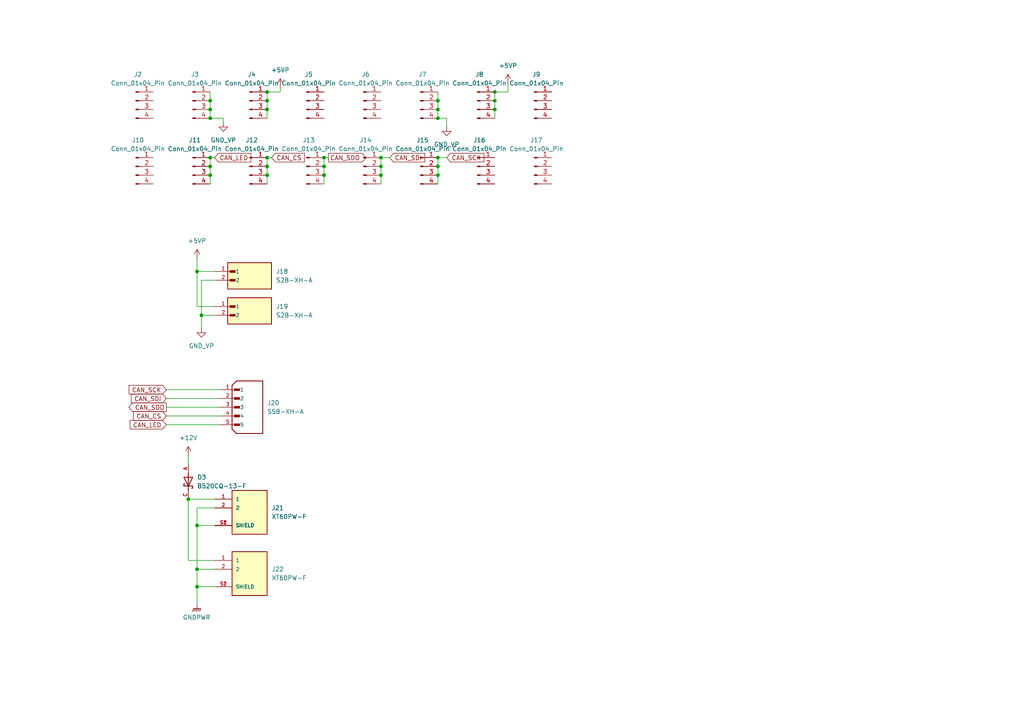
<source format=kicad_sch>
(kicad_sch (version 20250114) (generator "eeschema") (generator_version "9.0")
  (paper "A4")
  (title_block (title "CAN Isolation_Power Board") (date "2025-09-09") (rev "Ver.1.0") (company "ISHI-Kai"))
  (lib_symbols
    (symbol "B520CQ-13-F:B520CQ-13-F" (pin_names (offset 1.016))
      (property "Reference" "D" (at -2.2898 1.9081 0))
      (property "Value" "B520CQ-13-F" (at -2.2921 -3.4382 0))
      (symbol "B520CQ-13-F_0_0"
        (polyline (pts (xy -2.54 0) (xy 2.54 0)) (stroke (width 0.254)))
        (polyline (pts (xy -1.27 1.27) (xy -1.27 -1.27)) (stroke (width 0.254)))
        (polyline (pts (xy -1.27 -1.27) (xy 1.27 0)) (stroke (width 0.254)))
        (polyline (pts (xy 0.635 -1.016) (xy 0.635 -1.27)) (stroke (width 0.254)))
        (polyline (pts (xy 1.27 1.27) (xy 1.27 -1.27)) (stroke (width 0.254)))
        (polyline (pts (xy 1.27 0) (xy -1.27 1.27)) (stroke (width 0.254)))
        (polyline (pts (xy 1.27 -1.27) (xy 0.635 -1.27)) (stroke (width 0.254)))
        (polyline (pts (xy 1.905 1.27) (xy 1.27 1.27)) (stroke (width 0.254)))
        (polyline (pts (xy 1.905 1.27) (xy 1.905 1.016)) (stroke (width 0.254)))
        (pin passive line (at -5.08 0 0) (length 2.54) (name "~") (number "A"))
        (pin passive line (at 5.08 0 180) (length 2.54) (name "~") (number "C"))
      )
    )
    (symbol "Connector:Conn_01x04_Pin" (pin_names (offset 1.016) (hide yes))
      (property "Reference" "J" (at 0 5.08 0))
      (property "Value" "Conn_01x04_Pin" (at 0 -7.62 0))
      (symbol "Conn_01x04_Pin_1_1"
        (rectangle (start 0.8636 2.667) (end 0 2.413) (stroke (width 0.1524)) (fill (type outline)))
        (rectangle (start 0.8636 0.127) (end 0 -0.127) (stroke (width 0.1524)) (fill (type outline)))
        (rectangle (start 0.8636 -2.413) (end 0 -2.667) (stroke (width 0.1524)) (fill (type outline)))
        (rectangle (start 0.8636 -4.953) (end 0 -5.207) (stroke (width 0.1524)) (fill (type outline)))
        (polyline (pts (xy 1.27 2.54) (xy 0.8636 2.54)) (stroke (width 0.1524)))
        (polyline (pts (xy 1.27 0) (xy 0.8636 0)) (stroke (width 0.1524)))
        (polyline (pts (xy 1.27 -2.54) (xy 0.8636 -2.54)) (stroke (width 0.1524)))
        (polyline (pts (xy 1.27 -5.08) (xy 0.8636 -5.08)) (stroke (width 0.1524)))
        (pin passive line (at 5.08 2.54 180) (length 3.81) (name "Pin_1") (number "1"))
        (pin passive line (at 5.08 0 180) (length 3.81) (name "Pin_2") (number "2"))
        (pin passive line (at 5.08 -2.54 180) (length 3.81) (name "Pin_3") (number "3"))
        (pin passive line (at 5.08 -5.08 180) (length 3.81) (name "Pin_4") (number "4"))
      )
    )
    (symbol "S2B-XH-A:S2B-XH-A" (pin_names (offset 1.016))
      (property "Reference" "J" (at -6.85 5.08 0))
      (property "Value" "S2B-XH-A" (at -6.35 -5.08 0))
      (symbol "S2B-XH-A_0_0"
        (rectangle (start -6.35 -2.54) (end 6.35 5.08) (stroke (width 0.254)) (fill (type background)))
        (rectangle (start -5.715 2.2225) (end -4.1275 2.8575) (stroke (width 0.1)) (fill (type outline)))
        (rectangle (start -5.715 -0.3175) (end -4.1275 0.3175) (stroke (width 0.1)) (fill (type outline)))
        (pin passive line (at -10.16 2.54 0) (length 5.08) (name "1") (number "1"))
        (pin passive line (at -10.16 0 0) (length 5.08) (name "2") (number "2"))
      )
    )
    (symbol "S5B-XH-A:S5B-XH-A" (pin_names (offset 1.016))
      (property "Reference" "J" (at 0 8.89 0))
      (property "Value" "S5B-XH-A" (at 0 -10.16 0))
      (symbol "S5B-XH-A_0_0"
        (polyline (pts (xy -1.27 6.35) (xy -1.27 -6.35)) (stroke (width 0.254)))
        (polyline (pts (xy -1.27 6.35) (xy 0 7.62)) (stroke (width 0.254)))
        (polyline (pts (xy -1.27 -6.35) (xy 0 -7.62)) (stroke (width 0.254)))
        (rectangle (start -0.635 4.7625) (end 0.9525 5.3975) (stroke (width 0.1)) (fill (type outline)))
        (rectangle (start -0.635 2.2225) (end 0.9525 2.8575) (stroke (width 0.1)) (fill (type outline)))
        (rectangle (start -0.635 -0.3175) (end 0.9525 0.3175) (stroke (width 0.1)) (fill (type outline)))
        (rectangle (start -0.635 -2.8575) (end 0.9525 -2.2225) (stroke (width 0.1)) (fill (type outline)))
        (rectangle (start -0.635 -5.3975) (end 0.9525 -4.7625) (stroke (width 0.1)) (fill (type outline)))
        (polyline (pts (xy 0 -7.62) (xy 7.62 -7.62)) (stroke (width 0.254)))
        (polyline (pts (xy 7.62 7.62) (xy 0 7.62)) (stroke (width 0.254)))
        (polyline (pts (xy 7.62 -7.62) (xy 7.62 7.62)) (stroke (width 0.254)))
        (pin passive line (at -5.08 5.08 0) (length 5.08) (name "1") (number "1"))
        (pin passive line (at -5.08 2.54 0) (length 5.08) (name "2") (number "2"))
        (pin passive line (at -5.08 0 0) (length 5.08) (name "3") (number "3"))
        (pin passive line (at -5.08 -2.54 0) (length 5.08) (name "4") (number "4"))
        (pin passive line (at -5.08 -5.08 0) (length 5.08) (name "5") (number "5"))
      )
    )
    (symbol "XT60PW-F:XT60PW-F" (pin_names (offset 1.016))
      (property "Reference" "J" (at -5.08 6.35 0))
      (property "Value" "XT60PW-F" (at -5.08 -8.89 0))
      (symbol "XT60PW-F_0_0"
        (rectangle (start -5.08 -7.62) (end 5.08 5.08) (stroke (width 0.254)) (fill (type background)))
        (pin passive line (at -10.16 2.54 0) (length 5.08) (name "1") (number "1"))
        (pin passive line (at -10.16 0 0) (length 5.08) (name "2") (number "2"))
        (pin passive line (at -10.16 -5.08 0) (length 5.08) (name "SHIELD") (number "S1"))
        (pin passive line (at -10.16 -5.08 0) (length 5.08) (name "SHIELD") (number "S2"))
      )
    )
    (symbol "power:+12V" (power) (pin_numbers (hide yes)) (pin_names (offset 0) (hide yes))
      (property "Value" "+12V" (at 0 3.556 0))
      (symbol "+12V_0_1"
        (polyline (pts (xy -0.762 1.27) (xy 0 2.54)))
        (polyline (pts (xy 0 2.54) (xy 0.762 1.27)))
        (polyline (pts (xy 0 0) (xy 0 2.54)))
      )
      (symbol "+12V_1_1"
        (pin power_in line (at 0 0 90) (length 0) (name "~") (number "1"))
      )
    )
    (symbol "power:+5VP" (power) (pin_numbers (hide yes)) (pin_names (offset 0) (hide yes))
      (property "Value" "+5VP" (at 0 3.556 0))
      (symbol "+5VP_0_1"
        (polyline (pts (xy -0.762 1.27) (xy 0 2.54)))
        (polyline (pts (xy 0 2.54) (xy 0.762 1.27)))
        (polyline (pts (xy 0 0) (xy 0 2.54)))
      )
      (symbol "+5VP_1_1"
        (pin power_in line (at 0 0 90) (length 0) (name "~") (number "1"))
      )
    )
    (symbol "power:GND1" (power) (pin_numbers (hide yes)) (pin_names (offset 0) (hide yes))
      (property "Value" "GND1" (at 0 -3.81 0))
      (symbol "GND1_0_1"
        (polyline (pts (xy 0 0) (xy 0 -1.27) (xy 1.27 -1.27) (xy 0 -2.54) (xy -1.27 -1.27) (xy 0 -1.27)))
      )
      (symbol "GND1_1_1"
        (pin power_in line (at 0 0 270) (length 0) (name "~") (number "1"))
      )
    )
    (symbol "power:GNDPWR" (power) (pin_numbers (hide yes)) (pin_names (offset 0) (hide yes))
      (property "Value" "GNDPWR" (at 0 -3.302 0))
      (symbol "GNDPWR_0_1"
        (polyline (pts (xy -1.016 -1.27) (xy -1.27 -2.032) (xy -1.27 -2.032)) (stroke (width 0.2032)))
        (polyline (pts (xy -0.508 -1.27) (xy -0.762 -2.032) (xy -0.762 -2.032)) (stroke (width 0.2032)))
        (polyline (pts (xy 0 -1.27) (xy 0 0)))
        (polyline (pts (xy 0 -1.27) (xy -0.254 -2.032) (xy -0.254 -2.032)) (stroke (width 0.2032)))
        (polyline (pts (xy 0.508 -1.27) (xy 0.254 -2.032) (xy 0.254 -2.032)) (stroke (width 0.2032)))
        (polyline (pts (xy 1.016 -1.27) (xy -1.016 -1.27) (xy -1.016 -1.27)) (stroke (width 0.2032)))
        (polyline (pts (xy 1.016 -1.27) (xy 0.762 -2.032) (xy 0.762 -2.032) (xy 0.762 -2.032)) (stroke (width 0.2032)))
      )
      (symbol "GNDPWR_1_1"
        (pin power_in line (at 0 0 270) (length 0) (name "~") (number "1"))
      )
    )
  )
  (junction (at 110.49 50.8))
  (junction (at 77.47 31.75))
  (junction (at 93.98 50.8))
  (junction (at 60.96 31.75))
  (junction (at 77.47 50.8))
  (junction (at 77.47 48.26))
  (junction (at 127 45.72))
  (junction (at 60.96 29.21))
  (junction (at 60.96 34.29))
  (junction (at 57.15 152.4))
  (junction (at 77.47 26.67))
  (junction (at 54.61 144.78))
  (junction (at 93.98 45.72))
  (junction (at 127 29.21))
  (junction (at 77.47 29.21))
  (junction (at 60.96 45.72))
  (junction (at 57.15 170.18))
  (junction (at 60.96 48.26))
  (junction (at 110.49 45.72))
  (junction (at 127 48.26))
  (junction (at 127 31.75))
  (junction (at 143.51 26.67))
  (junction (at 77.47 45.72))
  (junction (at 143.51 31.75))
  (junction (at 110.49 48.26))
  (junction (at 57.15 165.1))
  (junction (at 143.51 29.21))
  (junction (at 127 34.29))
  (junction (at 127 50.8))
  (junction (at 60.96 50.8))
  (junction (at 93.98 48.26))
  (junction (at 57.15 78.74))
  (junction (at 58.42 91.44))
  (wire (pts (xy 77.47 48.26) (xy 77.47 50.8)))
  (wire (pts (xy 58.42 81.28) (xy 58.42 91.44)))
  (wire (pts (xy 48.26 118.11) (xy 63.5 118.11)))
  (wire (pts (xy 93.98 45.72) (xy 93.98 48.26)))
  (wire (pts (xy 48.26 113.03) (xy 63.5 113.03)))
  (wire (pts (xy 57.15 147.32) (xy 57.15 152.4)))
  (wire (pts (xy 93.98 45.72) (xy 95.25 45.72)))
  (wire (pts (xy 127 48.26) (xy 127 50.8)))
  (wire (pts (xy 143.51 31.75) (xy 143.51 34.29)))
  (wire (pts (xy 127 45.72) (xy 129.54 45.72)))
  (wire (pts (xy 127 26.67) (xy 127 29.21)))
  (wire (pts (xy 127 50.8) (xy 127 53.34)))
  (wire (pts (xy 60.96 26.67) (xy 60.96 29.21)))
  (wire (pts (xy 110.49 45.72) (xy 113.03 45.72)))
  (wire (pts (xy 77.47 50.8) (xy 77.47 53.34)))
  (wire (pts (xy 110.49 45.72) (xy 110.49 48.26)))
  (wire (pts (xy 60.96 50.8) (xy 60.96 53.34)))
  (wire (pts (xy 60.96 29.21) (xy 60.96 31.75)))
  (wire (pts (xy 48.26 120.65) (xy 63.5 120.65)))
  (wire (pts (xy 62.23 147.32) (xy 57.15 147.32)))
  (wire (pts (xy 57.15 78.74) (xy 62.23 78.74)))
  (wire (pts (xy 62.23 144.78) (xy 54.61 144.78)))
  (wire (pts (xy 48.26 115.57) (xy 63.5 115.57)))
  (wire (pts (xy 57.15 170.18) (xy 57.15 175.26)))
  (wire (pts (xy 57.15 165.1) (xy 57.15 170.18)))
  (wire (pts (xy 57.15 74.93) (xy 57.15 78.74)))
  (wire (pts (xy 127 45.72) (xy 127 48.26)))
  (wire (pts (xy 48.26 123.19) (xy 63.5 123.19)))
  (wire (pts (xy 110.49 48.26) (xy 110.49 50.8)))
  (wire (pts (xy 81.28 26.67) (xy 77.47 26.67)))
  (wire (pts (xy 60.96 48.26) (xy 60.96 50.8)))
  (wire (pts (xy 93.98 50.8) (xy 93.98 53.34)))
  (wire (pts (xy 58.42 91.44) (xy 58.42 95.25)))
  (wire (pts (xy 57.15 78.74) (xy 57.15 88.9)))
  (wire (pts (xy 60.96 31.75) (xy 60.96 34.29)))
  (wire (pts (xy 77.47 45.72) (xy 78.74 45.72)))
  (wire (pts (xy 147.32 24.13) (xy 147.32 26.67)))
  (wire (pts (xy 62.23 88.9) (xy 57.15 88.9)))
  (wire (pts (xy 64.77 35.56) (xy 64.77 34.29)))
  (wire (pts (xy 77.47 26.67) (xy 77.47 29.21)))
  (wire (pts (xy 147.32 26.67) (xy 143.51 26.67)))
  (wire (pts (xy 60.96 45.72) (xy 62.23 45.72)))
  (wire (pts (xy 62.23 81.28) (xy 58.42 81.28)))
  (wire (pts (xy 57.15 165.1) (xy 62.23 165.1)))
  (wire (pts (xy 54.61 132.08) (xy 54.61 134.62)))
  (wire (pts (xy 143.51 29.21) (xy 143.51 31.75)))
  (wire (pts (xy 127 29.21) (xy 127 31.75)))
  (wire (pts (xy 62.23 162.56) (xy 54.61 162.56)))
  (wire (pts (xy 58.42 91.44) (xy 62.23 91.44)))
  (wire (pts (xy 143.51 26.67) (xy 143.51 29.21)))
  (wire (pts (xy 77.47 29.21) (xy 77.47 31.75)))
  (wire (pts (xy 81.28 25.4) (xy 81.28 26.67)))
  (wire (pts (xy 77.47 45.72) (xy 77.47 48.26)))
  (wire (pts (xy 64.77 34.29) (xy 60.96 34.29)))
  (wire (pts (xy 93.98 48.26) (xy 93.98 50.8)))
  (wire (pts (xy 57.15 170.18) (xy 62.23 170.18)))
  (wire (pts (xy 127 31.75) (xy 127 34.29)))
  (wire (pts (xy 77.47 31.75) (xy 77.47 34.29)))
  (wire (pts (xy 57.15 152.4) (xy 57.15 165.1)))
  (wire (pts (xy 129.54 34.29) (xy 127 34.29)))
  (wire (pts (xy 129.54 36.83) (xy 129.54 34.29)))
  (wire (pts (xy 57.15 152.4) (xy 62.23 152.4)))
  (wire (pts (xy 110.49 50.8) (xy 110.49 53.34)))
  (wire (pts (xy 54.61 162.56) (xy 54.61 144.78)))
  (wire (pts (xy 60.96 45.72) (xy 60.96 48.26)))
  (global_label "CAN_SDI" (shape input) (at 48.26 115.57 180) (property "Intersheetrefs" "${INTERSHEET_REFS}" (effects (hide yes))))
  (global_label "CAN_LED" (shape input) (at 48.26 123.19 180) (property "Intersheetrefs" "${INTERSHEET_REFS}" (effects (hide yes))))
  (global_label "CAN_LED" (shape input) (at 62.23 45.72 0) (property "Intersheetrefs" "${INTERSHEET_REFS}" (effects (hide yes))))
  (global_label "CAN_CS" (shape input) (at 78.74 45.72 0) (property "Intersheetrefs" "${INTERSHEET_REFS}" (effects (hide yes))))
  (global_label "CAN_SCK" (shape input) (at 48.26 113.03 180) (property "Intersheetrefs" "${INTERSHEET_REFS}" (effects (hide yes))))
  (global_label "CAN_SDO" (shape output) (at 48.26 118.11 180) (property "Intersheetrefs" "${INTERSHEET_REFS}" (effects (hide yes))))
  (global_label "CAN_CS" (shape input) (at 48.26 120.65 180) (property "Intersheetrefs" "${INTERSHEET_REFS}" (effects (hide yes))))
  (global_label "CAN_SDO" (shape output) (at 95.25 45.72 0) (property "Intersheetrefs" "${INTERSHEET_REFS}" (effects (hide yes))))
  (global_label "CAN_SDI" (shape input) (at 113.03 45.72 0) (property "Intersheetrefs" "${INTERSHEET_REFS}" (effects (hide yes))))
  (global_label "CAN_SCK" (shape input) (at 129.54 45.72 0) (property "Intersheetrefs" "${INTERSHEET_REFS}" (effects (hide yes))))
  (symbol (lib_id "Connector:Conn_01x04_Pin") (at 121.92 29.21 0) (unit 1)
    (property "Reference" "J7" (at 122.555 21.59 0))
    (property "Value" "Conn_01x04_Pin" (at 122.555 24.13 0))
    (property "Footprint" "CAN_Isolation:PinHeader_1x04_P2.54mm_Vertical_noSilk" (effects (hide yes)))
    (property "Description" "Generic connector, single row, 01x04, script generated" (effects (hide yes)))
  )
  (symbol (lib_id "power:+5VP") (at 81.28 25.4 0) (unit 1)
    (property "Reference" "#PWR026" (effects (hide yes)))
    (property "Value" "+5VP" (at 81.28 20.32 0))
    (property "Description" "Power symbol creates a global label with name \"+5VP\"" (effects (hide yes)))
  )
  (symbol (lib_id "Connector:Conn_01x04_Pin") (at 138.43 29.21 0) (unit 1)
    (property "Reference" "J8" (at 139.065 21.59 0))
    (property "Value" "Conn_01x04_Pin" (at 139.065 24.13 0))
    (property "Footprint" "CAN_Isolation:PinHeader_1x04_P2.54mm_Vertical_noSilk" (effects (hide yes)))
    (property "Description" "Generic connector, single row, 01x04, script generated" (effects (hide yes)))
  )
  (symbol (lib_id "Connector:Conn_01x04_Pin") (at 55.88 29.21 0) (unit 1)
    (property "Reference" "J3" (at 56.515 21.59 0))
    (property "Value" "Conn_01x04_Pin" (at 56.515 24.13 0))
    (property "Footprint" "CAN_Isolation:PinHeader_1x04_P2.54mm_Vertical_noSilk" (effects (hide yes)))
    (property "Description" "Generic connector, single row, 01x04, script generated" (effects (hide yes)))
  )
  (symbol (lib_id "XT60PW-F:XT60PW-F") (at 72.39 165.1 0) (unit 1)
    (property "Reference" "J22" (at 78.74 165.0999 0) (effects (justify left)))
    (property "Value" "XT60PW-F" (at 78.74 167.6399 0) (effects (justify left)))
    (property "Footprint" "CAN_Isolation:AMASS_XT60PW-F" (effects (hide yes)))
    (property "MF" "AMASS" (effects (hide yes)))
    (property "MAXIMUM_PACKAGE_HEIGHT" "8.4 mm" (effects (hide yes)))
    (property "Package" "Package" (effects (hide yes)))
    (property "Price" "None" (effects (hide yes)))
    (property "Check_prices" "https://www.snapeda.com/parts/XT60PW-F/AMASS/view-part/?ref=eda" (effects (hide yes)))
    (property "STANDARD" "Manufacturer Recommendations" (effects (hide yes)))
    (property "PARTREV" "V1.2" (effects (hide yes)))
    (property "SnapEDA_Link" "https://www.snapeda.com/parts/XT60PW-F/AMASS/view-part/?ref=snap" (effects (hide yes)))
    (property "MP" "XT60PW-F" (effects (hide yes)))
    (property "Description_1" "Connector: DC supply; socket; female; XT60; 30A; 500V; PIN: 2; THT" (effects (hide yes)))
    (property "Availability" "Not in stock" (effects (hide yes)))
    (property "MANUFACTURER" "AMASS" (effects (hide yes)))
  )
  (symbol (lib_id "Connector:Conn_01x04_Pin") (at 121.92 48.26 0) (unit 1)
    (property "Reference" "J15" (at 122.555 40.64 0))
    (property "Value" "Conn_01x04_Pin" (at 122.555 43.18 0))
    (property "Footprint" "CAN_Isolation:PinHeader_1x04_P2.54mm_Vertical_noSilk" (effects (hide yes)))
    (property "Description" "Generic connector, single row, 01x04, script generated" (effects (hide yes)))
  )
  (symbol (lib_id "S2B-XH-A:S2B-XH-A") (at 72.39 91.44 0) (unit 1)
    (property "Reference" "J19" (at 80.01 88.8999 0) (effects (justify left)))
    (property "Value" "S2B-XH-A" (at 80.01 91.4399 0) (effects (justify left)))
    (property "Footprint" "CAN_Isolation:JST_S2B-XH-A" (effects (hide yes)))
    (property "MANUFACTURER" "JST" (effects (hide yes)))
  )
  (symbol (lib_id "power:GNDPWR") (at 57.15 175.26 0) (unit 1)
    (property "Reference" "#PWR032" (effects (hide yes)))
    (property "Value" "GNDPWR" (at 57.023 179.07 0))
    (property "Description" "Power symbol creates a global label with name \"GNDPWR\" , global ground" (effects (hide yes)))
  )
  (symbol (lib_id "Connector:Conn_01x04_Pin") (at 105.41 29.21 0) (unit 1)
    (property "Reference" "J6" (at 106.045 21.59 0))
    (property "Value" "Conn_01x04_Pin" (at 106.045 24.13 0))
    (property "Footprint" "CAN_Isolation:PinHeader_1x04_P2.54mm_Vertical_noSilk" (effects (hide yes)))
    (property "Description" "Generic connector, single row, 01x04, script generated" (effects (hide yes)))
  )
  (symbol (lib_id "Connector:Conn_01x04_Pin") (at 138.43 48.26 0) (unit 1)
    (property "Reference" "J16" (at 139.065 40.64 0))
    (property "Value" "Conn_01x04_Pin" (at 139.065 43.18 0))
    (property "Footprint" "CAN_Isolation:PinHeader_1x04_P2.54mm_Vertical_noSilk" (effects (hide yes)))
    (property "Description" "Generic connector, single row, 01x04, script generated" (effects (hide yes)))
  )
  (symbol (lib_id "power:+5VP") (at 147.32 24.13 0) (unit 1)
    (property "Reference" "#PWR027" (effects (hide yes)))
    (property "Value" "+5VP" (at 147.32 19.05 0))
    (property "Description" "Power symbol creates a global label with name \"+5VP\"" (effects (hide yes)))
  )
  (symbol (lib_id "power:GND1") (at 64.77 35.56 0) (unit 1)
    (property "Reference" "#PWR028" (effects (hide yes)))
    (property "Value" "GND_VP" (at 64.77 40.64 0))
    (property "Description" "Power symbol creates a global label with name \"GND1\" , ground" (effects (hide yes)))
  )
  (symbol (lib_id "power:+12V") (at 54.61 132.08 0) (unit 1)
    (property "Reference" "#PWR031" (effects (hide yes)))
    (property "Value" "+12V" (at 54.61 127 0))
    (property "Description" "Power symbol creates a global label with name \"+12V\"" (effects (hide yes)))
  )
  (symbol (lib_id "Connector:Conn_01x04_Pin") (at 39.37 29.21 0) (unit 1)
    (property "Reference" "J2" (at 40.005 21.59 0))
    (property "Value" "Conn_01x04_Pin" (at 40.005 24.13 0))
    (property "Footprint" "CAN_Isolation:PinHeader_1x04_P2.54mm_Vertical_noSilk" (effects (hide yes)))
    (property "Description" "Generic connector, single row, 01x04, script generated" (effects (hide yes)))
  )
  (symbol (lib_id "S5B-XH-A:S5B-XH-A") (at 68.58 118.11 0) (unit 1)
    (property "Reference" "J20" (at 77.47 116.8399 0) (effects (justify left)))
    (property "Value" "S5B-XH-A" (at 77.47 119.3799 0) (effects (justify left)))
    (property "Footprint" "CAN_Isolation:JST_S5B-XH-A" (effects (hide yes)))
    (property "PARTREV" "27-1-20" (effects (hide yes)))
    (property "STANDARD" "Manufacturer Recommendations" (effects (hide yes)))
    (property "MAXIMUM_PACKAGE_HEIGHT" "6.1mm" (effects (hide yes)))
    (property "MANUFACTURER" "JST" (effects (hide yes)))
  )
  (symbol (lib_id "power:GND1") (at 129.54 36.83 0) (unit 1)
    (property "Reference" "#PWR029" (effects (hide yes)))
    (property "Value" "GND_VP" (at 129.54 41.91 0))
    (property "Description" "Power symbol creates a global label with name \"GND1\" , ground" (effects (hide yes)))
  )
  (symbol (lib_id "Connector:Conn_01x04_Pin") (at 39.37 48.26 0) (unit 1)
    (property "Reference" "J10" (at 40.005 40.64 0))
    (property "Value" "Conn_01x04_Pin" (at 40.005 43.18 0))
    (property "Footprint" "CAN_Isolation:PinHeader_1x04_P2.54mm_Vertical_noSilk" (effects (hide yes)))
    (property "Description" "Generic connector, single row, 01x04, script generated" (effects (hide yes)))
  )
  (symbol (lib_id "power:+5VP") (at 57.15 74.93 0) (unit 1)
    (property "Reference" "#PWR020" (effects (hide yes)))
    (property "Value" "+5VP" (at 57.15 69.85 0))
    (property "Description" "Power symbol creates a global label with name \"+5VP\"" (effects (hide yes)))
  )
  (symbol (lib_id "Connector:Conn_01x04_Pin") (at 55.88 48.26 0) (unit 1)
    (property "Reference" "J11" (at 56.515 40.64 0))
    (property "Value" "Conn_01x04_Pin" (at 56.515 43.18 0))
    (property "Footprint" "CAN_Isolation:PinHeader_1x04_P2.54mm_Vertical_noSilk" (effects (hide yes)))
    (property "Description" "Generic connector, single row, 01x04, script generated" (effects (hide yes)))
  )
  (symbol (lib_id "Connector:Conn_01x04_Pin") (at 105.41 48.26 0) (unit 1)
    (property "Reference" "J14" (at 106.045 40.64 0))
    (property "Value" "Conn_01x04_Pin" (at 106.045 43.18 0))
    (property "Footprint" "CAN_Isolation:PinHeader_1x04_P2.54mm_Vertical_noSilk" (effects (hide yes)))
    (property "Description" "Generic connector, single row, 01x04, script generated" (effects (hide yes)))
  )
  (symbol (lib_id "Connector:Conn_01x04_Pin") (at 72.39 48.26 0) (unit 1)
    (property "Reference" "J12" (at 73.025 40.64 0))
    (property "Value" "Conn_01x04_Pin" (at 73.025 43.18 0))
    (property "Footprint" "CAN_Isolation:PinHeader_1x04_P2.54mm_Vertical_noSilk" (effects (hide yes)))
    (property "Description" "Generic connector, single row, 01x04, script generated" (effects (hide yes)))
  )
  (symbol (lib_id "XT60PW-F:XT60PW-F") (at 72.39 147.32 0) (unit 1)
    (property "Reference" "J21" (at 78.74 147.3199 0) (effects (justify left)))
    (property "Value" "XT60PW-F" (at 78.74 149.8599 0) (effects (justify left)))
    (property "Footprint" "CAN_Isolation:AMASS_XT60PW-F" (effects (hide yes)))
    (property "MF" "AMASS" (effects (hide yes)))
    (property "MAXIMUM_PACKAGE_HEIGHT" "8.4 mm" (effects (hide yes)))
    (property "Package" "Package" (effects (hide yes)))
    (property "Price" "None" (effects (hide yes)))
    (property "Check_prices" "https://www.snapeda.com/parts/XT60PW-F/AMASS/view-part/?ref=eda" (effects (hide yes)))
    (property "STANDARD" "Manufacturer Recommendations" (effects (hide yes)))
    (property "PARTREV" "V1.2" (effects (hide yes)))
    (property "SnapEDA_Link" "https://www.snapeda.com/parts/XT60PW-F/AMASS/view-part/?ref=snap" (effects (hide yes)))
    (property "MP" "XT60PW-F" (effects (hide yes)))
    (property "Description_1" "Connector: DC supply; socket; female; XT60; 30A; 500V; PIN: 2; THT" (effects (hide yes)))
    (property "Availability" "Not in stock" (effects (hide yes)))
    (property "MANUFACTURER" "AMASS" (effects (hide yes)))
  )
  (symbol (lib_id "Connector:Conn_01x04_Pin") (at 88.9 29.21 0) (unit 1)
    (property "Reference" "J5" (at 89.535 21.59 0))
    (property "Value" "Conn_01x04_Pin" (at 89.535 24.13 0))
    (property "Footprint" "CAN_Isolation:PinHeader_1x04_P2.54mm_Vertical_noSilk" (effects (hide yes)))
    (property "Description" "Generic connector, single row, 01x04, script generated" (effects (hide yes)))
  )
  (symbol (lib_id "B520CQ-13-F:B520CQ-13-F") (at 54.61 139.7 270) (unit 1)
    (property "Reference" "D3" (at 57.15 138.4299 90) (effects (justify left)))
    (property "Value" "B520CQ-13-F" (at 57.15 140.9699 90) (effects (justify left)))
    (property "Footprint" "CAN_Isolation:DIOM7959X250N" (effects (hide yes)))
    (property "MANUFACTURER" "Diodes Inc" (effects (hide yes)))
  )
  (symbol (lib_id "power:GND1") (at 58.42 95.25 0) (unit 1)
    (property "Reference" "#PWR025" (effects (hide yes)))
    (property "Value" "GND_VP" (at 58.42 100.33 0))
    (property "Description" "Power symbol creates a global label with name \"GND1\" , ground" (effects (hide yes)))
  )
  (symbol (lib_id "Connector:Conn_01x04_Pin") (at 154.94 48.26 0) (unit 1)
    (property "Reference" "J17" (at 155.575 40.64 0))
    (property "Value" "Conn_01x04_Pin" (at 155.575 43.18 0))
    (property "Footprint" "CAN_Isolation:PinHeader_1x04_P2.54mm_Vertical_noSilk" (effects (hide yes)))
    (property "Description" "Generic connector, single row, 01x04, script generated" (effects (hide yes)))
  )
  (symbol (lib_id "Connector:Conn_01x04_Pin") (at 72.39 29.21 0) (unit 1)
    (property "Reference" "J4" (at 73.025 21.59 0))
    (property "Value" "Conn_01x04_Pin" (at 73.025 24.13 0))
    (property "Footprint" "CAN_Isolation:PinHeader_1x04_P2.54mm_Vertical_noSilk" (effects (hide yes)))
    (property "Description" "Generic connector, single row, 01x04, script generated" (effects (hide yes)))
  )
  (symbol (lib_id "S2B-XH-A:S2B-XH-A") (at 72.39 81.28 0) (unit 1)
    (property "Reference" "J18" (at 80.01 78.7399 0) (effects (justify left)))
    (property "Value" "S2B-XH-A" (at 80.01 81.2799 0) (effects (justify left)))
    (property "Footprint" "CAN_Isolation:JST_S2B-XH-A" (effects (hide yes)))
    (property "MANUFACTURER" "JST" (effects (hide yes)))
  )
  (symbol (lib_id "Connector:Conn_01x04_Pin") (at 88.9 48.26 0) (unit 1)
    (property "Reference" "J13" (at 89.535 40.64 0))
    (property "Value" "Conn_01x04_Pin" (at 89.535 43.18 0))
    (property "Footprint" "CAN_Isolation:PinHeader_1x04_P2.54mm_Vertical_noSilk" (effects (hide yes)))
    (property "Description" "Generic connector, single row, 01x04, script generated" (effects (hide yes)))
  )
  (symbol (lib_id "Connector:Conn_01x04_Pin") (at 154.94 29.21 0) (unit 1)
    (property "Reference" "J9" (at 155.575 21.59 0))
    (property "Value" "Conn_01x04_Pin" (at 155.575 24.13 0))
    (property "Footprint" "CAN_Isolation:PinHeader_1x04_P2.54mm_Vertical_noSilk" (effects (hide yes)))
    (property "Description" "Generic connector, single row, 01x04, script generated" (effects (hide yes)))
  )
)
</source>
